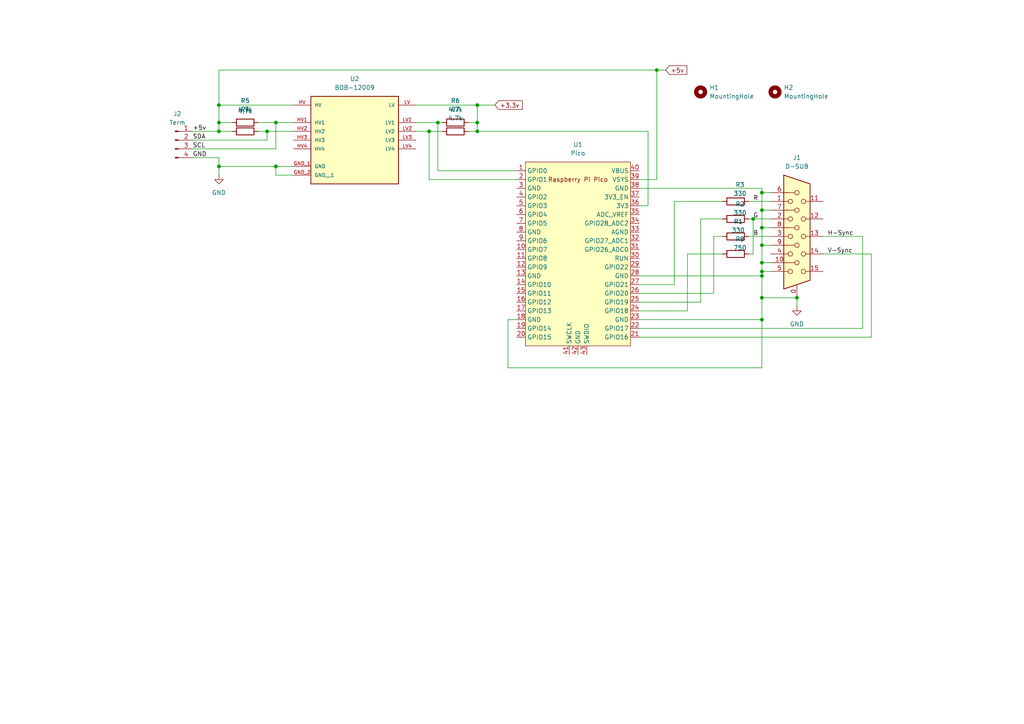
<source format=kicad_sch>
(kicad_sch (version 20231120) (generator "eeschema") (generator_version "8.0")
  (paper "A4")
  (lib_symbols
    (symbol "BOB-12009:BOB-12009" (pin_names (offset 1.016))
      (property "Reference" "U" (at -12.7 11.43 0))
      (property "Value" "BOB-12009" (at -12.7 -17.78 0))
      (symbol "BOB-12009_0_0"
        (rectangle (start -12.7 -15.24) (end 12.7 10.16) (stroke (width 0.254)) (fill (type background)))
        (pin power_in line (at 17.78 -10.16 180) (length 5.08) (name "GND") (number "GND_1"))
        (pin power_in line (at 17.78 -12.7 180) (length 5.08) (name "GND__1") (number "GND_2"))
        (pin bidirectional line (at 17.78 7.62 180) (length 5.08) (name "HV") (number "HV"))
        (pin bidirectional line (at 17.78 2.54 180) (length 5.08) (name "HV1") (number "HV1"))
        (pin bidirectional line (at 17.78 0 180) (length 5.08) (name "HV2") (number "HV2"))
        (pin bidirectional line (at 17.78 -2.54 180) (length 5.08) (name "HV3") (number "HV3"))
        (pin bidirectional line (at 17.78 -5.08 180) (length 5.08) (name "HV4") (number "HV4"))
        (pin bidirectional line (at -17.78 7.62 0) (length 5.08) (name "LV") (number "LV"))
        (pin bidirectional line (at -17.78 2.54 0) (length 5.08) (name "LV1") (number "LV1"))
        (pin bidirectional line (at -17.78 0 0) (length 5.08) (name "LV2") (number "LV2"))
        (pin bidirectional line (at -17.78 -2.54 0) (length 5.08) (name "LV3") (number "LV3"))
        (pin bidirectional line (at -17.78 -5.08 0) (length 5.08) (name "LV4") (number "LV4"))
      )
    )
    (symbol "Connector:Conn_01x04_Pin" (pin_names (offset 1.016) hide)
      (property "Reference" "J" (at 0 5.08 0))
      (property "Value" "Conn_01x04_Pin" (at 0 -7.62 0))
      (symbol "Conn_01x04_Pin_1_1"
        (polyline (pts (xy 1.27 -5.08) (xy 0.8636 -5.08)) (stroke (width 0.1524)))
        (polyline (pts (xy 1.27 -2.54) (xy 0.8636 -2.54)) (stroke (width 0.1524)))
        (polyline (pts (xy 1.27 0) (xy 0.8636 0)) (stroke (width 0.1524)))
        (polyline (pts (xy 1.27 2.54) (xy 0.8636 2.54)) (stroke (width 0.1524)))
        (rectangle (start 0.8636 -4.953) (end 0 -5.207) (stroke (width 0.1524)) (fill (type outline)))
        (rectangle (start 0.8636 -2.413) (end 0 -2.667) (stroke (width 0.1524)) (fill (type outline)))
        (rectangle (start 0.8636 0.127) (end 0 -0.127) (stroke (width 0.1524)) (fill (type outline)))
        (rectangle (start 0.8636 2.667) (end 0 2.413) (stroke (width 0.1524)) (fill (type outline)))
        (pin passive line (at 5.08 2.54 180) (length 3.81) (name "Pin_1") (number "1"))
        (pin passive line (at 5.08 0 180) (length 3.81) (name "Pin_2") (number "2"))
        (pin passive line (at 5.08 -2.54 180) (length 3.81) (name "Pin_3") (number "3"))
        (pin passive line (at 5.08 -5.08 180) (length 3.81) (name "Pin_4") (number "4"))
      )
    )
    (symbol "Connector:DE15_Receptacle_HighDensity_MountingHoles" (pin_names (offset 1.016) hide)
      (property "Reference" "J" (at 0 21.59 0))
      (property "Value" "DE15_Receptacle_HighDensity_MountingHoles" (at 0 19.05 0))
      (symbol "DE15_Receptacle_HighDensity_MountingHoles_0_1"
        (circle (center -1.905 -10.16) (radius 0.635))
        (circle (center -1.905 -5.08) (radius 0.635))
        (circle (center -1.905 0) (radius 0.635))
        (circle (center -1.905 5.08) (radius 0.635))
        (circle (center -1.905 10.16) (radius 0.635))
        (circle (center 0 -7.62) (radius 0.635))
        (circle (center 0 -2.54) (radius 0.635))
        (polyline (pts (xy -3.175 7.62) (xy -0.635 7.62)))
        (polyline (pts (xy -0.635 -7.62) (xy -3.175 -7.62)))
        (polyline (pts (xy -0.635 -2.54) (xy -3.175 -2.54)))
        (polyline (pts (xy -0.635 2.54) (xy -3.175 2.54)))
        (polyline (pts (xy -0.635 12.7) (xy -3.175 12.7)))
        (polyline (pts (xy -3.81 17.78) (xy -3.81 -15.24) (xy 3.81 -12.7) (xy 3.81 15.24) (xy -3.81 17.78)) (stroke (width 0.254)) (fill (type background)))
        (circle (center 0 2.54) (radius 0.635))
        (circle (center 0 7.62) (radius 0.635))
        (circle (center 0 12.7) (radius 0.635))
        (circle (center 1.905 -10.16) (radius 0.635))
        (circle (center 1.905 -5.08) (radius 0.635))
        (circle (center 1.905 0) (radius 0.635))
        (circle (center 1.905 5.08) (radius 0.635))
        (circle (center 1.905 10.16) (radius 0.635))
      )
      (symbol "DE15_Receptacle_HighDensity_MountingHoles_1_1"
        (pin passive line (at 0 -17.78 90) (length 3.81) (name "~") (number "0"))
        (pin passive line (at -7.62 10.16 0) (length 5.08) (name "~") (number "1"))
        (pin passive line (at -7.62 -7.62 0) (length 5.08) (name "~") (number "10"))
        (pin passive line (at 7.62 10.16 180) (length 5.08) (name "~") (number "11"))
        (pin passive line (at 7.62 5.08 180) (length 5.08) (name "~") (number "12"))
        (pin passive line (at 7.62 0 180) (length 5.08) (name "~") (number "13"))
        (pin passive line (at 7.62 -5.08 180) (length 5.08) (name "~") (number "14"))
        (pin passive line (at 7.62 -10.16 180) (length 5.08) (name "~") (number "15"))
        (pin passive line (at -7.62 5.08 0) (length 5.08) (name "~") (number "2"))
        (pin passive line (at -7.62 0 0) (length 5.08) (name "~") (number "3"))
        (pin passive line (at -7.62 -5.08 0) (length 5.08) (name "~") (number "4"))
        (pin passive line (at -7.62 -10.16 0) (length 5.08) (name "~") (number "5"))
        (pin passive line (at -7.62 12.7 0) (length 5.08) (name "~") (number "6"))
        (pin passive line (at -7.62 7.62 0) (length 5.08) (name "~") (number "7"))
        (pin passive line (at -7.62 2.54 0) (length 5.08) (name "~") (number "8"))
        (pin passive line (at -7.62 -2.54 0) (length 5.08) (name "~") (number "9"))
      )
    )
    (symbol "Device:R" (pin_numbers hide) (pin_names (offset 0))
      (property "Reference" "R" (at 2.032 0 90))
      (property "Value" "R" (at 0 0 90))
      (symbol "R_0_1"
        (rectangle (start -1.016 -2.54) (end 1.016 2.54) (stroke (width 0.254)))
      )
      (symbol "R_1_1"
        (pin passive line (at 0 3.81 270) (length 1.27) (name "~") (number "1"))
        (pin passive line (at 0 -3.81 90) (length 1.27) (name "~") (number "2"))
      )
    )
    (symbol "MCU_RaspberryPi_and_Boards:Pico"
      (property "Reference" "U" (at -13.97 27.94 0))
      (property "Value" "Pico" (at 0 19.05 0))
      (symbol "Pico_0_0"
        (text "Raspberry Pi Pico" (at 0 21.59 0) (effects (font (size 1.27 1.27))))
      )
      (symbol "Pico_0_1"
        (rectangle (start -15.24 26.67) (end 15.24 -26.67) (fill (type background)))
      )
      (symbol "Pico_1_1"
        (pin bidirectional line (at -17.78 24.13 0) (length 2.54) (name "GPIO0") (number "1"))
        (pin bidirectional line (at -17.78 1.27 0) (length 2.54) (name "GPIO7") (number "10"))
        (pin bidirectional line (at -17.78 -1.27 0) (length 2.54) (name "GPIO8") (number "11"))
        (pin bidirectional line (at -17.78 -3.81 0) (length 2.54) (name "GPIO9") (number "12"))
        (pin power_in line (at -17.78 -6.35 0) (length 2.54) (name "GND") (number "13"))
        (pin bidirectional line (at -17.78 -8.89 0) (length 2.54) (name "GPIO10") (number "14"))
        (pin bidirectional line (at -17.78 -11.43 0) (length 2.54) (name "GPIO11") (number "15"))
        (pin bidirectional line (at -17.78 -13.97 0) (length 2.54) (name "GPIO12") (number "16"))
        (pin bidirectional line (at -17.78 -16.51 0) (length 2.54) (name "GPIO13") (number "17"))
        (pin power_in line (at -17.78 -19.05 0) (length 2.54) (name "GND") (number "18"))
        (pin bidirectional line (at -17.78 -21.59 0) (length 2.54) (name "GPIO14") (number "19"))
        (pin bidirectional line (at -17.78 21.59 0) (length 2.54) (name "GPIO1") (number "2"))
        (pin bidirectional line (at -17.78 -24.13 0) (length 2.54) (name "GPIO15") (number "20"))
        (pin bidirectional line (at 17.78 -24.13 180) (length 2.54) (name "GPIO16") (number "21"))
        (pin bidirectional line (at 17.78 -21.59 180) (length 2.54) (name "GPIO17") (number "22"))
        (pin power_in line (at 17.78 -19.05 180) (length 2.54) (name "GND") (number "23"))
        (pin bidirectional line (at 17.78 -16.51 180) (length 2.54) (name "GPIO18") (number "24"))
        (pin bidirectional line (at 17.78 -13.97 180) (length 2.54) (name "GPIO19") (number "25"))
        (pin bidirectional line (at 17.78 -11.43 180) (length 2.54) (name "GPIO20") (number "26"))
        (pin bidirectional line (at 17.78 -8.89 180) (length 2.54) (name "GPIO21") (number "27"))
        (pin power_in line (at 17.78 -6.35 180) (length 2.54) (name "GND") (number "28"))
        (pin bidirectional line (at 17.78 -3.81 180) (length 2.54) (name "GPIO22") (number "29"))
        (pin power_in line (at -17.78 19.05 0) (length 2.54) (name "GND") (number "3"))
        (pin input line (at 17.78 -1.27 180) (length 2.54) (name "RUN") (number "30"))
        (pin bidirectional line (at 17.78 1.27 180) (length 2.54) (name "GPIO26_ADC0") (number "31"))
        (pin bidirectional line (at 17.78 3.81 180) (length 2.54) (name "GPIO27_ADC1") (number "32"))
        (pin power_in line (at 17.78 6.35 180) (length 2.54) (name "AGND") (number "33"))
        (pin bidirectional line (at 17.78 8.89 180) (length 2.54) (name "GPIO28_ADC2") (number "34"))
        (pin power_in line (at 17.78 11.43 180) (length 2.54) (name "ADC_VREF") (number "35"))
        (pin power_in line (at 17.78 13.97 180) (length 2.54) (name "3V3") (number "36"))
        (pin input line (at 17.78 16.51 180) (length 2.54) (name "3V3_EN") (number "37"))
        (pin bidirectional line (at 17.78 19.05 180) (length 2.54) (name "GND") (number "38"))
        (pin power_in line (at 17.78 21.59 180) (length 2.54) (name "VSYS") (number "39"))
        (pin bidirectional line (at -17.78 16.51 0) (length 2.54) (name "GPIO2") (number "4"))
        (pin power_in line (at 17.78 24.13 180) (length 2.54) (name "VBUS") (number "40"))
        (pin input line (at -2.54 -29.21 90) (length 2.54) (name "SWCLK") (number "41"))
        (pin power_in line (at 0 -29.21 90) (length 2.54) (name "GND") (number "42"))
        (pin bidirectional line (at 2.54 -29.21 90) (length 2.54) (name "SWDIO") (number "43"))
        (pin bidirectional line (at -17.78 13.97 0) (length 2.54) (name "GPIO3") (number "5"))
        (pin bidirectional line (at -17.78 11.43 0) (length 2.54) (name "GPIO4") (number "6"))
        (pin bidirectional line (at -17.78 8.89 0) (length 2.54) (name "GPIO5") (number "7"))
        (pin power_in line (at -17.78 6.35 0) (length 2.54) (name "GND") (number "8"))
        (pin bidirectional line (at -17.78 3.81 0) (length 2.54) (name "GPIO6") (number "9"))
      )
    )
    (symbol "Mechanical:MountingHole" (pin_names (offset 1.016)) (exclude_from_sim yes) (in_bom no)
      (property "Reference" "H" (at 0 5.08 0))
      (property "Value" "MountingHole" (at 0 3.175 0))
      (symbol "MountingHole_0_1"
        (circle (center 0 0) (radius 1.27) (stroke (width 1.27)))
      )
    )
    (symbol "power:GND" (power) (pin_numbers hide) (pin_names (offset 0) hide)
      (property "Value" "GND" (at 0 -3.81 0))
      (symbol "GND_0_1"
        (polyline (pts (xy 0 0) (xy 0 -1.27) (xy 1.27 -1.27) (xy 0 -2.54) (xy -1.27 -1.27) (xy 0 -1.27)))
      )
      (symbol "GND_1_1"
        (pin power_in line (at 0 0 270) (length 0) (name "~") (number "1"))
      )
    )
  )
  (junction (at 138.43 35.56))
  (junction (at 138.43 38.1))
  (junction (at 127 35.56))
  (junction (at 80.01 48.26))
  (junction (at 220.98 80.01))
  (junction (at 124.46 38.1))
  (junction (at 220.98 76.2))
  (junction (at 220.98 60.96))
  (junction (at 231.14 86.36))
  (junction (at 63.5 35.56))
  (junction (at 220.98 55.88))
  (junction (at 80.01 35.56))
  (junction (at 190.5 20.32))
  (junction (at 77.47 38.1))
  (junction (at 220.98 78.74))
  (junction (at 63.5 48.26))
  (junction (at 63.5 38.1))
  (junction (at 218.44 63.5))
  (junction (at 220.98 71.12))
  (junction (at 63.5 30.48))
  (junction (at 220.98 86.36))
  (junction (at 220.98 92.71))
  (junction (at 220.98 66.04))
  (junction (at 138.43 30.48))
  (wire (pts (xy 185.42 80.01) (xy 220.98 80.01)))
  (wire (pts (xy 63.5 30.48) (xy 85.09 30.48)))
  (wire (pts (xy 147.32 92.71) (xy 147.32 106.68)))
  (wire (pts (xy 190.5 20.32) (xy 190.5 52.07)))
  (wire (pts (xy 127 49.53) (xy 127 35.56)))
  (wire (pts (xy 185.42 54.61) (xy 220.98 54.61)))
  (wire (pts (xy 185.42 52.07) (xy 190.5 52.07)))
  (wire (pts (xy 220.98 76.2) (xy 223.52 76.2)))
  (wire (pts (xy 231.14 86.36) (xy 231.14 88.9)))
  (wire (pts (xy 80.01 35.56) (xy 85.09 35.56)))
  (wire (pts (xy 185.42 97.79) (xy 252.73 97.79)))
  (wire (pts (xy 127 35.56) (xy 128.27 35.56)))
  (wire (pts (xy 199.39 73.66) (xy 209.55 73.66)))
  (wire (pts (xy 138.43 38.1) (xy 187.96 38.1)))
  (wire (pts (xy 252.73 73.66) (xy 238.76 73.66)))
  (wire (pts (xy 55.88 43.18) (xy 80.01 43.18)))
  (wire (pts (xy 55.88 45.72) (xy 63.5 45.72)))
  (wire (pts (xy 199.39 90.17) (xy 199.39 73.66)))
  (wire (pts (xy 74.93 35.56) (xy 80.01 35.56)))
  (wire (pts (xy 63.5 48.26) (xy 80.01 48.26)))
  (wire (pts (xy 185.42 95.25) (xy 250.19 95.25)))
  (wire (pts (xy 63.5 35.56) (xy 67.31 35.56)))
  (wire (pts (xy 217.17 68.58) (xy 223.52 68.58)))
  (wire (pts (xy 220.98 106.68) (xy 220.98 92.71)))
  (wire (pts (xy 203.2 63.5) (xy 209.55 63.5)))
  (wire (pts (xy 218.44 73.66) (xy 218.44 63.5)))
  (wire (pts (xy 77.47 40.64) (xy 77.47 38.1)))
  (wire (pts (xy 185.42 85.09) (xy 207.01 85.09)))
  (wire (pts (xy 135.89 35.56) (xy 138.43 35.56)))
  (wire (pts (xy 63.5 38.1) (xy 67.31 38.1)))
  (wire (pts (xy 185.42 87.63) (xy 203.2 87.63)))
  (wire (pts (xy 187.96 59.69) (xy 185.42 59.69)))
  (wire (pts (xy 195.58 82.55) (xy 195.58 58.42)))
  (wire (pts (xy 195.58 58.42) (xy 209.55 58.42)))
  (wire (pts (xy 220.98 55.88) (xy 220.98 60.96)))
  (wire (pts (xy 250.19 68.58) (xy 238.76 68.58)))
  (wire (pts (xy 220.98 78.74) (xy 223.52 78.74)))
  (wire (pts (xy 217.17 73.66) (xy 218.44 73.66)))
  (wire (pts (xy 63.5 20.32) (xy 63.5 30.48)))
  (wire (pts (xy 85.09 50.8) (xy 80.01 50.8)))
  (wire (pts (xy 207.01 68.58) (xy 207.01 85.09)))
  (wire (pts (xy 80.01 48.26) (xy 85.09 48.26)))
  (wire (pts (xy 220.98 60.96) (xy 220.98 66.04)))
  (wire (pts (xy 149.86 52.07) (xy 124.46 52.07)))
  (wire (pts (xy 77.47 38.1) (xy 85.09 38.1)))
  (wire (pts (xy 120.65 38.1) (xy 124.46 38.1)))
  (wire (pts (xy 185.42 82.55) (xy 195.58 82.55)))
  (wire (pts (xy 55.88 40.64) (xy 77.47 40.64)))
  (wire (pts (xy 124.46 38.1) (xy 128.27 38.1)))
  (wire (pts (xy 149.86 49.53) (xy 127 49.53)))
  (wire (pts (xy 135.89 38.1) (xy 138.43 38.1)))
  (wire (pts (xy 63.5 48.26) (xy 63.5 50.8)))
  (wire (pts (xy 220.98 80.01) (xy 220.98 86.36)))
  (wire (pts (xy 185.42 90.17) (xy 199.39 90.17)))
  (wire (pts (xy 217.17 58.42) (xy 223.52 58.42)))
  (wire (pts (xy 120.65 35.56) (xy 127 35.56)))
  (wire (pts (xy 217.17 63.5) (xy 218.44 63.5)))
  (wire (pts (xy 187.96 38.1) (xy 187.96 59.69)))
  (wire (pts (xy 220.98 71.12) (xy 220.98 76.2)))
  (wire (pts (xy 220.98 66.04) (xy 223.52 66.04)))
  (wire (pts (xy 220.98 76.2) (xy 220.98 78.74)))
  (wire (pts (xy 220.98 92.71) (xy 220.98 86.36)))
  (wire (pts (xy 223.52 55.88) (xy 220.98 55.88)))
  (wire (pts (xy 147.32 106.68) (xy 220.98 106.68)))
  (wire (pts (xy 55.88 38.1) (xy 63.5 38.1)))
  (wire (pts (xy 220.98 66.04) (xy 220.98 71.12)))
  (wire (pts (xy 124.46 52.07) (xy 124.46 38.1)))
  (wire (pts (xy 80.01 50.8) (xy 80.01 48.26)))
  (wire (pts (xy 207.01 68.58) (xy 209.55 68.58)))
  (wire (pts (xy 63.5 45.72) (xy 63.5 48.26)))
  (wire (pts (xy 220.98 86.36) (xy 231.14 86.36)))
  (wire (pts (xy 138.43 38.1) (xy 138.43 35.56)))
  (wire (pts (xy 63.5 20.32) (xy 190.5 20.32)))
  (wire (pts (xy 220.98 60.96) (xy 223.52 60.96)))
  (wire (pts (xy 252.73 97.79) (xy 252.73 73.66)))
  (wire (pts (xy 63.5 35.56) (xy 63.5 38.1)))
  (wire (pts (xy 120.65 30.48) (xy 138.43 30.48)))
  (wire (pts (xy 63.5 30.48) (xy 63.5 35.56)))
  (wire (pts (xy 218.44 63.5) (xy 223.52 63.5)))
  (wire (pts (xy 149.86 92.71) (xy 147.32 92.71)))
  (wire (pts (xy 220.98 54.61) (xy 220.98 55.88)))
  (wire (pts (xy 203.2 87.63) (xy 203.2 63.5)))
  (wire (pts (xy 250.19 95.25) (xy 250.19 68.58)))
  (wire (pts (xy 220.98 71.12) (xy 223.52 71.12)))
  (wire (pts (xy 138.43 30.48) (xy 138.43 35.56)))
  (wire (pts (xy 138.43 30.48) (xy 143.51 30.48)))
  (wire (pts (xy 193.04 20.32) (xy 190.5 20.32)))
  (wire (pts (xy 74.93 38.1) (xy 77.47 38.1)))
  (wire (pts (xy 185.42 92.71) (xy 220.98 92.71)))
  (wire (pts (xy 80.01 43.18) (xy 80.01 35.56)))
  (wire (pts (xy 220.98 78.74) (xy 220.98 80.01)))
  (label "V-Sync" (at 240.03 73.66 0))
  (label "G" (at 218.44 63.5 0))
  (label "R" (at 218.44 58.42 0))
  (label "GND" (at 55.88 45.72 0))
  (label "+5v" (at 55.88 38.1 0))
  (label "H-Sync" (at 240.03 68.58 0))
  (label "SCL" (at 55.88 43.18 0))
  (label "SDA" (at 55.88 40.64 0))
  (label "B" (at 218.44 68.58 0))
  (global_label "+5v" (shape input) (at 193.04 20.32 0) (property "Intersheetrefs" "${INTERSHEET_REFS}" (effects (hide yes))))
  (global_label "+3.3v" (shape input) (at 143.51 30.48 0) (property "Intersheetrefs" "${INTERSHEET_REFS}" (effects (hide yes))))
  (symbol (lib_id "power:GND") (at 231.14 88.9 0) (unit 1)
    (property "Reference" "#PWR01" (effects (hide yes)))
    (property "Value" "GND" (at 231.14 93.98 0))
    (property "Description" "Power symbol creates a global label with name \"GND\" , ground" (effects (hide yes)))
  )
  (symbol (lib_id "Device:R") (at 213.36 63.5 270) (unit 1)
    (property "Reference" "R2" (at 214.63 59.182 90))
    (property "Value" "330" (at 214.63 61.722 90))
    (property "Footprint" "Resistor_THT:R_Axial_DIN0414_L11.9mm_D4.5mm_P15.24mm_Horizontal" (effects (hide yes)))
    (property "Description" "Resistor" (effects (hide yes)))
  )
  (symbol (lib_id "BOB-12009:BOB-12009") (at 102.87 38.1 0) (mirror y) (unit 1)
    (property "Reference" "U2" (at 102.87 22.86 0))
    (property "Value" "BOB-12009" (at 102.87 25.4 0))
    (property "Footprint" "vga_drv:CONV_BOB-12009" (effects (hide yes)))
    (property "PARTREV" "01" (effects (hide yes)))
    (property "STANDARD" "Manufacturer Recommendations" (effects (hide yes)))
    (property "MAXIMUM_PACKAGE_HEIGHT" "N/A" (effects (hide yes)))
    (property "MANUFACTURER" "SparkFun Electronics" (effects (hide yes)))
  )
  (symbol (lib_id "Connector:Conn_01x04_Pin") (at 50.8 40.64 0) (unit 1)
    (property "Reference" "J2" (at 51.435 33.02 0))
    (property "Value" "Term" (at 51.435 35.56 0))
    (property "Footprint" "Connector_PinHeader_2.54mm:PinHeader_1x04_P2.54mm_Horizontal" (effects (hide yes)))
    (property "Description" "Generic connector, single row, 01x04, script generated" (effects (hide yes)))
  )
  (symbol (lib_id "Device:R") (at 71.12 38.1 270) (unit 1)
    (property "Reference" "R4" (at 71.12 31.75 90))
    (property "Value" "4.7k" (at 71.12 32.258 90))
    (property "Footprint" "Resistor_THT:R_Axial_DIN0414_L11.9mm_D4.5mm_P15.24mm_Horizontal" (effects (hide yes)))
    (property "Description" "Resistor" (effects (hide yes)))
  )
  (symbol (lib_id "Device:R") (at 132.08 38.1 270) (unit 1)
    (property "Reference" "R7" (at 132.08 31.75 90))
    (property "Value" "4.7k" (at 132.08 34.29 90))
    (property "Footprint" "Resistor_THT:R_Axial_DIN0414_L11.9mm_D4.5mm_P15.24mm_Horizontal" (effects (hide yes)))
    (property "Description" "Resistor" (effects (hide yes)))
  )
  (symbol (lib_id "Device:R") (at 213.36 68.58 270) (unit 1)
    (property "Reference" "R1" (at 214.122 64.262 90))
    (property "Value" "330" (at 214.122 66.802 90))
    (property "Footprint" "Resistor_THT:R_Axial_DIN0414_L11.9mm_D4.5mm_P15.24mm_Horizontal" (effects (hide yes)))
    (property "Description" "Resistor" (effects (hide yes)))
  )
  (symbol (lib_id "Device:R") (at 132.08 35.56 270) (unit 1)
    (property "Reference" "R6" (at 132.08 29.21 90))
    (property "Value" "4.7k" (at 132.08 31.75 90))
    (property "Footprint" "Resistor_THT:R_Axial_DIN0414_L11.9mm_D4.5mm_P15.24mm_Horizontal" (effects (hide yes)))
    (property "Description" "Resistor" (effects (hide yes)))
  )
  (symbol (lib_id "Mechanical:MountingHole") (at 203.2 26.67 0) (unit 1) (exclude_from_sim yes) (in_bom no)
    (property "Reference" "H1" (at 205.74 25.3999 0) (effects (justify left)))
    (property "Value" "MountingHole" (at 205.74 27.9399 0) (effects (justify left)))
    (property "Footprint" "MountingHole:MountingHole_2.5mm" (effects (hide yes)))
    (property "Description" "Mounting Hole without connection" (effects (hide yes)))
  )
  (symbol (lib_id "Device:R") (at 213.36 58.42 90) (unit 1)
    (property "Reference" "R3" (at 214.63 53.594 90))
    (property "Value" "330" (at 214.63 56.134 90))
    (property "Footprint" "Resistor_THT:R_Axial_DIN0414_L11.9mm_D4.5mm_P15.24mm_Horizontal" (effects (hide yes)))
    (property "Description" "Resistor" (effects (hide yes)))
  )
  (symbol (lib_id "MCU_RaspberryPi_and_Boards:Pico") (at 167.64 73.66 0) (unit 1)
    (property "Reference" "U1" (at 167.64 41.91 0))
    (property "Value" "Pico" (at 167.64 44.45 0))
    (property "Footprint" "MCU_RaspberryPi_and_Boards:RPi_Pico_SMD_TH" (effects (hide yes)))
  )
  (symbol (lib_id "Connector:DE15_Receptacle_HighDensity_MountingHoles") (at 231.14 68.58 0) (unit 1)
    (property "Reference" "J1" (at 231.14 45.72 0))
    (property "Value" "D-SUB" (at 231.14 48.26 0))
    (property "Footprint" "Connector_Dsub:DSUB-15-HD_Female_Horizontal_P2.29x1.98mm_EdgePinOffset8.35mm_Housed_MountingHolesOffset10.89mm" (effects (hide yes)))
    (property "Description" "15-pin female receptacle socket D-SUB connector, High density (3 columns), Triple Row, Generic, VGA-connector, Mounting Hole" (effects (hide yes)))
  )
  (symbol (lib_id "Device:R") (at 213.36 73.66 270) (unit 1)
    (property "Reference" "R8" (at 214.63 69.342 90))
    (property "Value" "750" (at 214.63 71.882 90))
    (property "Footprint" "Resistor_THT:R_Axial_DIN0414_L11.9mm_D4.5mm_P15.24mm_Horizontal" (effects (hide yes)))
    (property "Description" "Resistor" (effects (hide yes)))
  )
  (symbol (lib_id "power:GND") (at 63.5 50.8 0) (unit 1)
    (property "Reference" "#PWR03" (effects (hide yes)))
    (property "Value" "GND" (at 63.5 55.88 0))
    (property "Description" "Power symbol creates a global label with name \"GND\" , ground" (effects (hide yes)))
  )
  (symbol (lib_id "Mechanical:MountingHole") (at 224.79 26.67 0) (unit 1) (exclude_from_sim yes) (in_bom no)
    (property "Reference" "H2" (at 227.33 25.3999 0) (effects (justify left)))
    (property "Value" "MountingHole" (at 227.33 27.9399 0) (effects (justify left)))
    (property "Footprint" "MountingHole:MountingHole_2.5mm" (effects (hide yes)))
    (property "Description" "Mounting Hole without connection" (effects (hide yes)))
  )
  (symbol (lib_id "Device:R") (at 71.12 35.56 270) (unit 1)
    (property "Reference" "R5" (at 71.12 29.21 90))
    (property "Value" "4.7k" (at 71.12 31.75 90))
    (property "Footprint" "Resistor_THT:R_Axial_DIN0414_L11.9mm_D4.5mm_P15.24mm_Horizontal" (effects (hide yes)))
    (property "Description" "Resistor" (effects (hide yes)))
  )
)
</source>
